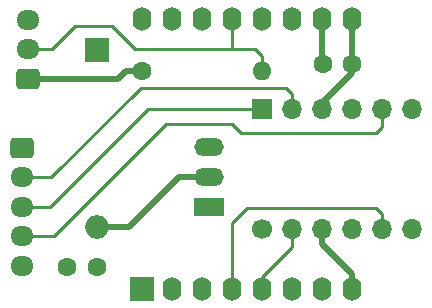
<source format=gtl>
%TF.GenerationSoftware,KiCad,Pcbnew,(6.0.8)*%
%TF.CreationDate,2022-10-25T11:24:58+02:00*%
%TF.ProjectId,MHI-AC-CTRL,4d48492d-4143-42d4-9354-524c2e6b6963,v2.3*%
%TF.SameCoordinates,Original*%
%TF.FileFunction,Copper,L1,Top*%
%TF.FilePolarity,Positive*%
%FSLAX46Y46*%
G04 Gerber Fmt 4.6, Leading zero omitted, Abs format (unit mm)*
G04 Created by KiCad (PCBNEW (6.0.8)) date 2022-10-25 11:24:58*
%MOMM*%
%LPD*%
G01*
G04 APERTURE LIST*
G04 Aperture macros list*
%AMRoundRect*
0 Rectangle with rounded corners*
0 $1 Rounding radius*
0 $2 $3 $4 $5 $6 $7 $8 $9 X,Y pos of 4 corners*
0 Add a 4 corners polygon primitive as box body*
4,1,4,$2,$3,$4,$5,$6,$7,$8,$9,$2,$3,0*
0 Add four circle primitives for the rounded corners*
1,1,$1+$1,$2,$3*
1,1,$1+$1,$4,$5*
1,1,$1+$1,$6,$7*
1,1,$1+$1,$8,$9*
0 Add four rect primitives between the rounded corners*
20,1,$1+$1,$2,$3,$4,$5,0*
20,1,$1+$1,$4,$5,$6,$7,0*
20,1,$1+$1,$6,$7,$8,$9,0*
20,1,$1+$1,$8,$9,$2,$3,0*%
G04 Aperture macros list end*
%TA.AperFunction,ComponentPad*%
%ADD10R,2.500000X1.500000*%
%TD*%
%TA.AperFunction,ComponentPad*%
%ADD11O,2.500000X1.500000*%
%TD*%
%TA.AperFunction,ComponentPad*%
%ADD12RoundRect,0.250000X-0.725000X0.600000X-0.725000X-0.600000X0.725000X-0.600000X0.725000X0.600000X0*%
%TD*%
%TA.AperFunction,ComponentPad*%
%ADD13O,1.950000X1.700000*%
%TD*%
%TA.AperFunction,ComponentPad*%
%ADD14R,1.700000X1.700000*%
%TD*%
%TA.AperFunction,ComponentPad*%
%ADD15O,1.700000X1.700000*%
%TD*%
%TA.AperFunction,ComponentPad*%
%ADD16C,1.700000*%
%TD*%
%TA.AperFunction,ComponentPad*%
%ADD17RoundRect,0.250000X0.725000X-0.600000X0.725000X0.600000X-0.725000X0.600000X-0.725000X-0.600000X0*%
%TD*%
%TA.AperFunction,ComponentPad*%
%ADD18R,2.000000X2.000000*%
%TD*%
%TA.AperFunction,ComponentPad*%
%ADD19O,1.600000X2.000000*%
%TD*%
%TA.AperFunction,ComponentPad*%
%ADD20C,1.600000*%
%TD*%
%TA.AperFunction,ComponentPad*%
%ADD21O,1.600000X1.600000*%
%TD*%
%TA.AperFunction,ComponentPad*%
%ADD22O,2.000000X2.000000*%
%TD*%
%TA.AperFunction,Conductor*%
%ADD23C,0.500000*%
%TD*%
%TA.AperFunction,Conductor*%
%ADD24C,0.250000*%
%TD*%
G04 APERTURE END LIST*
D10*
%TO.P,U1,1,Vin*%
%TO.N,+12V*%
X99669600Y-55270400D03*
D11*
%TO.P,U1,2,GND*%
%TO.N,GND*%
X99669600Y-52730400D03*
%TO.P,U1,3,Vout*%
%TO.N,+5V*%
X99669600Y-50190400D03*
%TD*%
D12*
%TO.P,J1,1,Pin_1*%
%TO.N,GND*%
X83786200Y-50270400D03*
D13*
%TO.P,J1,2,Pin_2*%
%TO.N,MISO_5V*%
X83786200Y-52770400D03*
%TO.P,J1,3,Pin_3*%
%TO.N,MOSI_5V*%
X83786200Y-55270400D03*
%TO.P,J1,4,Pin_4*%
%TO.N,CLK_5V*%
X83786200Y-57770400D03*
%TO.P,J1,5,Pin_5*%
%TO.N,+12V*%
X83786200Y-60270400D03*
%TD*%
D14*
%TO.P,U3,1,A1*%
%TO.N,MOSI_5V*%
X104140000Y-46990000D03*
D15*
%TO.P,U3,2,A2*%
%TO.N,MISO_5V*%
X106680000Y-46990000D03*
%TO.P,U3,3,VCCA*%
%TO.N,+5V*%
X109220000Y-46990000D03*
%TO.P,U3,4,GNDA*%
%TO.N,GND*%
X111760000Y-46990000D03*
%TO.P,U3,5,A3*%
%TO.N,CLK_5V*%
X114300000Y-46990000D03*
%TO.P,U3,6,A4*%
%TO.N,unconnected-(U3-Pad6)*%
X116840000Y-46990000D03*
D16*
%TO.P,U3,7,B1*%
%TO.N,MOSI_3V3*%
X104140000Y-57150000D03*
D15*
%TO.P,U3,8,B2*%
%TO.N,MISO_3V3*%
X106680000Y-57150000D03*
%TO.P,U3,9,VCCB*%
%TO.N,+3V3*%
X109220000Y-57150000D03*
%TO.P,U3,10,GNDB*%
%TO.N,GND*%
X111760000Y-57150000D03*
%TO.P,U3,11,B3*%
%TO.N,CLK_3V3*%
X114300000Y-57150000D03*
%TO.P,U3,12,B4*%
%TO.N,unconnected-(U3-Pad12)*%
X116840000Y-57150000D03*
%TD*%
D17*
%TO.P,J3,1,Pin_1*%
%TO.N,+3V3*%
X84323600Y-44450000D03*
D13*
%TO.P,J3,2,Pin_2*%
%TO.N,DS18x20*%
X84323600Y-41950000D03*
%TO.P,J3,3,Pin_3*%
%TO.N,GND*%
X84323600Y-39450000D03*
%TD*%
D18*
%TO.P,U2,1,~{RST}*%
%TO.N,unconnected-(U2-Pad1)*%
X93980000Y-62230000D03*
D19*
%TO.P,U2,2,A0*%
%TO.N,unconnected-(U2-Pad2)*%
X96520000Y-62230000D03*
%TO.P,U2,3,D0*%
%TO.N,unconnected-(U2-Pad3)*%
X99060000Y-62230000D03*
%TO.P,U2,4,SCK/D5*%
%TO.N,CLK_3V3*%
X101600000Y-62230000D03*
%TO.P,U2,5,MISO/D6*%
%TO.N,MISO_3V3*%
X104140000Y-62230000D03*
%TO.P,U2,6,MOSI/D7*%
%TO.N,MOSI_3V3*%
X106680000Y-62230000D03*
%TO.P,U2,7,CS/D8*%
%TO.N,unconnected-(U2-Pad7)*%
X109220000Y-62230000D03*
%TO.P,U2,8,3V3*%
%TO.N,+3V3*%
X111760000Y-62230000D03*
%TO.P,U2,9,5V*%
%TO.N,+5V*%
X111760000Y-39370000D03*
%TO.P,U2,10,GND*%
%TO.N,GND*%
X109220000Y-39370000D03*
%TO.P,U2,11,D4*%
%TO.N,unconnected-(U2-Pad11)*%
X106680000Y-39370000D03*
%TO.P,U2,12,D3*%
%TO.N,unconnected-(U2-Pad12)*%
X104140000Y-39370000D03*
%TO.P,U2,13,SDA/D2*%
%TO.N,DS18x20*%
X101600000Y-39370000D03*
%TO.P,U2,14,SCL/D1*%
%TO.N,unconnected-(U2-Pad14)*%
X99060000Y-39370000D03*
%TO.P,U2,15,RX*%
%TO.N,unconnected-(U2-Pad15)*%
X96520000Y-39370000D03*
%TO.P,U2,16,TX*%
%TO.N,unconnected-(U2-Pad16)*%
X93980000Y-39370000D03*
%TD*%
D20*
%TO.P,C3,1*%
%TO.N,+5V*%
X111760000Y-43180000D03*
%TO.P,C3,2*%
%TO.N,GND*%
X109260000Y-43180000D03*
%TD*%
%TO.P,R1,1*%
%TO.N,+3V3*%
X93980000Y-43815000D03*
D21*
%TO.P,R1,2*%
%TO.N,DS18x20*%
X104140000Y-43815000D03*
%TD*%
D18*
%TO.P,C1,1*%
%TO.N,+12V*%
X90119200Y-41979200D03*
D22*
%TO.P,C1,2*%
%TO.N,GND*%
X90119200Y-56979200D03*
%TD*%
D20*
%TO.P,C2,1*%
%TO.N,+12V*%
X87630000Y-60401200D03*
%TO.P,C2,2*%
%TO.N,GND*%
X90130000Y-60401200D03*
%TD*%
D23*
%TO.N,GND*%
X109220000Y-39370000D02*
X109220000Y-43140000D01*
X90119200Y-56979200D02*
X92880800Y-56979200D01*
X92880800Y-56979200D02*
X97129600Y-52730400D01*
X109220000Y-43140000D02*
X109260000Y-43180000D01*
X97129600Y-52730400D02*
X99669600Y-52730400D01*
%TO.N,+5V*%
X109220000Y-46482000D02*
X109220000Y-46990000D01*
X111760000Y-43942000D02*
X109220000Y-46482000D01*
X111760000Y-43180000D02*
X111760000Y-43942000D01*
X111760000Y-39370000D02*
X111760000Y-43180000D01*
D24*
%TO.N,MISO_5V*%
X93853000Y-45212000D02*
X106172000Y-45212000D01*
X106172000Y-45212000D02*
X106680000Y-45720000D01*
X86294600Y-52770400D02*
X93853000Y-45212000D01*
X106680000Y-45720000D02*
X106680000Y-46990000D01*
X83786200Y-52770400D02*
X86294600Y-52770400D01*
%TO.N,MOSI_5V*%
X83786200Y-55270400D02*
X86207600Y-55270400D01*
X94488000Y-46990000D02*
X104140000Y-46990000D01*
X86207600Y-55270400D02*
X94488000Y-46990000D01*
%TO.N,CLK_5V*%
X86501600Y-57770400D02*
X96012000Y-48260000D01*
X102362000Y-49022000D02*
X113792000Y-49022000D01*
X101600000Y-48260000D02*
X102362000Y-49022000D01*
X113792000Y-49022000D02*
X114300000Y-48514000D01*
X114300000Y-48514000D02*
X114300000Y-46990000D01*
X83786200Y-57770400D02*
X86501600Y-57770400D01*
X96012000Y-48260000D02*
X101600000Y-48260000D01*
D23*
%TO.N,+3V3*%
X109220000Y-58420000D02*
X111760000Y-60960000D01*
X92583000Y-43815000D02*
X93980000Y-43815000D01*
X109220000Y-57150000D02*
X109220000Y-58420000D01*
X84323600Y-44450000D02*
X91948000Y-44450000D01*
X91948000Y-44450000D02*
X92583000Y-43815000D01*
X111760000Y-60960000D02*
X111760000Y-62230000D01*
D24*
%TO.N,DS18x20*%
X101600000Y-41910000D02*
X101600000Y-39370000D01*
X91440000Y-40005000D02*
X93345000Y-41910000D01*
X84323600Y-41950000D02*
X86320000Y-41950000D01*
X93345000Y-41910000D02*
X101600000Y-41910000D01*
X104140000Y-42545000D02*
X103505000Y-41910000D01*
X88265000Y-40005000D02*
X91440000Y-40005000D01*
X86320000Y-41950000D02*
X88265000Y-40005000D01*
X103505000Y-41910000D02*
X101600000Y-41910000D01*
X104140000Y-43815000D02*
X104140000Y-42545000D01*
%TO.N,MISO_3V3*%
X104140000Y-61214000D02*
X106680000Y-58674000D01*
X104140000Y-62230000D02*
X104140000Y-61214000D01*
X106680000Y-58674000D02*
X106680000Y-57150000D01*
%TO.N,CLK_3V3*%
X114300000Y-55880000D02*
X114300000Y-57150000D01*
X102870000Y-55372000D02*
X113792000Y-55372000D01*
X113792000Y-55372000D02*
X114300000Y-55880000D01*
X101600000Y-56642000D02*
X102870000Y-55372000D01*
X101600000Y-62230000D02*
X101600000Y-56642000D01*
%TD*%
M02*

</source>
